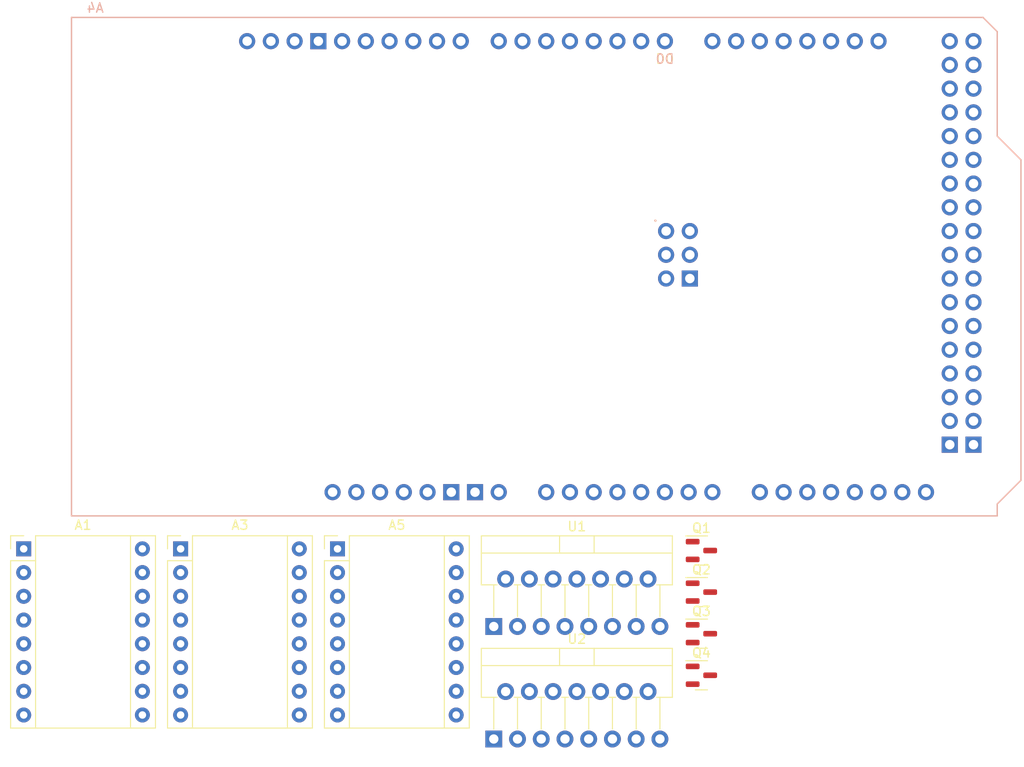
<source format=kicad_pcb>
(kicad_pcb (version 20221018) (generator pcbnew)
  (layers (0 "F.Cu" signal) (31 "B.Cu" signal) (34 "B.Paste" user) (35 "F.Paste" user) (36 "B.SilkS" user "B.Silkscreen") (37 "F.SilkS" user "F.Silkscreen") (38 "B.Mask" user) (39 "F.Mask" user) (44 "Edge.Cuts" user))
  (net 0 "")
  (net 1 "Net-(U1-GND)")
  (net 2 "Net-(A1-VDD)")
  (net 3 "Net-(A1-1B)")
  (net 4 "Net-(A1-1A)")
  (net 5 "Net-(A1-2A)")
  (net 6 "Net-(A1-2B)")
  (net 7 "Net-(A1-VMOT)")
  (net 8 "Net-(A1-~{ENABLE})")
  (net 9 "Net-(A1-MS1)")
  (net 10 "Net-(A1-MS2)")
  (net 11 "Net-(A1-MS3)")
  (net 12 "Net-(A1-~{RESET})")
  (net 13 "Net-(A1-STEP)")
  (net 14 "Net-(A1-DIR)")
  (net 15 "Net-(A3-1B)")
  (net 16 "Net-(A3-1A)")
  (net 17 "Net-(A3-2A)")
  (net 18 "Net-(A3-2B)")
  (net 19 "Net-(A3-~{RESET})")
  (net 44 "Net-(A5-~{ENABLE})")
  (net 45 "Net-(A5-STEP)")
  (net 46 "Net-(A5-DIR)")
  (net 47 "Net-(A5-MS1)")
  (net 48 "Net-(A5-MS2)")
  (net 49 "Net-(A5-MS3)")
  (net 58 "Net-(U1-IN1)")
  (net 59 "Net-(U1-IN2)")
  (net 60 "Net-(U1-EnA)")
  (net 61 "Net-(U1-IN3)")
  (net 62 "Net-(U1-IN4)")
  (net 63 "Net-(U1-EnB)")
  (net 64 "Net-(U2-IN1)")
  (net 65 "Net-(U2-IN2)")
  (net 66 "Net-(U2-EnA)")
  (net 67 "Net-(U2-IN3)")
  (net 68 "Net-(U2-IN4)")
  (net 69 "Net-(U2-EnB)")
  (net 70 "Net-(A4-PadD34)")
  (net 71 "Net-(A4-PadD35)")
  (net 72 "Net-(A4-PadD36)")
  (net 73 "Net-(A4-PadD37)")
  (net 74 "Net-(A4-PadD38)")
  (net 75 "Net-(A4-PadD39)")
  (net 76 "Net-(A4-PadD40)")
  (net 77 "Net-(A4-PadD41)")
  (net 78 "Net-(A4-PadD42)")
  (net 79 "Net-(A4-PadD43)")
  (net 80 "Net-(J28-Pin_2)")
  (net 81 "Net-(J29-Pin_2)")
  (net 82 "Net-(J30-Pin_2)")
  (net 83 "Net-(J31-Pin_2)")
  (net 84 "Net-(J32-Pin_2)")
  (net 105 "Net-(A5-1B)")
  (net 106 "Net-(A5-1A)")
  (net 107 "Net-(A5-2A)")
  (net 108 "Net-(A5-2B)")
  (net 109 "Net-(A5-~{RESET})")
  (net 110 "Net-(Q1-G)")
  (net 113 "Net-(Q2-G)")
  (net 116 "Net-(Q3-G)")
  (net 119 "Net-(Q4-G)")
  (net 122 "Net-(J3-Pin_1)")
  (net 123 "Net-(J3-Pin_2)")
  (net 124 "Net-(J4-Pin_1)")
  (net 125 "Net-(J4-Pin_2)")
  (net 126 "Net-(J5-Pin_1)")
  (net 127 "Net-(J5-Pin_2)")
  (net 128 "Net-(J7-Pin_1)")
  (net 129 "Net-(J7-Pin_2)")
  (footprint "Module:Pololu_Breakout-16_15.2x20.3mm" (layer "F.Cu") (at 43.146 77.185763)
    (fp_text reference "A1" (at 6.35 -2.54) (layer "F.SilkS"))
    (fp_text value "Pololu_Breakout_A4988")
    (fp_line (start -1.4 -1.4) (end -1.4 0) (stroke (width 0.12)) (layer "F.SilkS"))
    (fp_line (start -1.4 1.27) (end -1.4 19.18) (stroke (width 0.12)) (layer "F.SilkS"))
    (fp_line (start -1.4 19.18) (end 14.1 19.18) (stroke (width 0.12)) (layer "F.SilkS"))
    (fp_line (start 0 -1.4) (end -1.4 -1.4) (stroke (width 0.12)) (layer "F.SilkS"))
    (fp_line (start 1.27 -1.4) (end 1.27 1.27) (stroke (width 0.12)) (layer "F.SilkS"))
    (fp_line (start 1.27 1.27) (end -1.4 1.27) (stroke (width 0.12)) (layer "F.SilkS"))
    (fp_line (start 1.27 1.27) (end 1.27 19.18) (stroke (width 0.12)) (layer "F.SilkS"))
    (fp_line (start 11.43 -1.4) (end 11.43 19.18) (stroke (width 0.12)) (layer "F.SilkS"))
    (fp_line (start 14.1 -1.4) (end 1.27 -1.4) (stroke (width 0.12)) (layer "F.SilkS"))
    (fp_line (start 14.1 19.18) (end 14.1 -1.4) (stroke (width 0.12)) (layer "F.SilkS"))
    (pad "1" thru_hole rect (at 0 0) (size 1.6 1.6) (drill 0.8) (layers "*.Cu" "*.Mask") (net 1 "Net-(U1-GND)"))
    (pad "2" thru_hole oval (at 0 2.54) (size 1.6 1.6) (drill 0.8) (layers "*.Cu" "*.Mask") (net 2 "Net-(A1-VDD)"))
    (pad "3" thru_hole oval (at 0 5.08) (size 1.6 1.6) (drill 0.8) (layers "*.Cu" "*.Mask") (net 3 "Net-(A1-1B)"))
    (pad "4" thru_hole oval (at 0 7.62) (size 1.6 1.6) (drill 0.8) (layers "*.Cu" "*.Mask") (net 4 "Net-(A1-1A)"))
    (pad "5" thru_hole oval (at 0 10.16) (size 1.6 1.6) (drill 0.8) (layers "*.Cu" "*.Mask") (net 5 "Net-(A1-2A)"))
    (pad "6" thru_hole oval (at 0 12.7) (size 1.6 1.6) (drill 0.8) (layers "*.Cu" "*.Mask") (net 6 "Net-(A1-2B)"))
    (pad "7" thru_hole oval (at 0 15.24) (size 1.6 1.6) (drill 0.8) (layers "*.Cu" "*.Mask") (net 1 "Net-(U1-GND)"))
    (pad "8" thru_hole oval (at 0 17.78) (size 1.6 1.6) (drill 0.8) (layers "*.Cu" "*.Mask") (net 7 "Net-(A1-VMOT)"))
    (pad "9" thru_hole oval (at 12.7 17.78) (size 1.6 1.6) (drill 0.8) (layers "*.Cu" "*.Mask") (net 8 "Net-(A1-~{ENABLE})"))
    (pad "10" thru_hole oval (at 12.7 15.24) (size 1.6 1.6) (drill 0.8) (layers "*.Cu" "*.Mask") (net 9 "Net-(A1-MS1)"))
    (pad "11" thru_hole oval (at 12.7 12.7) (size 1.6 1.6) (drill 0.8) (layers "*.Cu" "*.Mask") (net 10 "Net-(A1-MS2)"))
    (pad "12" thru_hole oval (at 12.7 10.16) (size 1.6 1.6) (drill 0.8) (layers "*.Cu" "*.Mask") (net 11 "Net-(A1-MS3)"))
    (pad "13" thru_hole oval (at 12.7 7.62) (size 1.6 1.6) (drill 0.8) (layers "*.Cu" "*.Mask") (net 12 "Net-(A1-~{RESET})"))
    (pad "14" thru_hole oval (at 12.7 5.08) (size 1.6 1.6) (drill 0.8) (layers "*.Cu" "*.Mask") (net 12 "Net-(A1-~{RESET})"))
    (pad "15" thru_hole oval (at 12.7 2.54) (size 1.6 1.6) (drill 0.8) (layers "*.Cu" "*.Mask") (net 13 "Net-(A1-STEP)"))
    (pad "16" thru_hole oval (at 12.7 0) (size 1.6 1.6) (drill 0.8) (layers "*.Cu" "*.Mask") (net 14 "Net-(A1-DIR)"))
  )
  (footprint "Package_TO_SOT_SMD:SOT-23" (layer "F.Cu") (at 115.666 77.365763)
    (fp_text reference "Q1" (at 0 -2.4) (layer "F.SilkS"))
    (fp_text value "AO3400A")
    (fp_line (start 0 -1.56) (end -1.675 -1.56) (stroke (width 0.12)) (layer "F.SilkS"))
    (fp_line (start 0 -1.56) (end 0.65 -1.56) (stroke (width 0.12)) (layer "F.SilkS"))
    (fp_line (start 0 1.56) (end -0.65 1.56) (stroke (width 0.12)) (layer "F.SilkS"))
    (fp_line (start 0 1.56) (end 0.65 1.56) (stroke (width 0.12)) (layer "F.SilkS"))
    (pad "1" smd roundrect (at -0.9375 -0.95) (size 1.475 0.6) (layers "F.Cu" "F.Paste" "F.Mask") (net 110 "Net-(Q1-G)"))
    (pad "2" smd roundrect (at -0.9375 0.95) (size 1.475 0.6) (layers "F.Cu" "F.Paste" "F.Mask"))
    (pad "3" smd roundrect (at 0.9375 0) (size 1.475 0.6) (layers "F.Cu" "F.Paste" "F.Mask"))
  )
  (footprint "Package_TO_SOT_SMD:SOT-23" (layer "F.Cu") (at 115.666 81.815763)
    (fp_text reference "Q2" (at 0 -2.4) (layer "F.SilkS"))
    (fp_text value "AO3400A")
    (fp_line (start 0 -1.56) (end -1.675 -1.56) (stroke (width 0.12)) (layer "F.SilkS"))
    (fp_line (start 0 -1.56) (end 0.65 -1.56) (stroke (width 0.12)) (layer "F.SilkS"))
    (fp_line (start 0 1.56) (end -0.65 1.56) (stroke (width 0.12)) (layer "F.SilkS"))
    (fp_line (start 0 1.56) (end 0.65 1.56) (stroke (width 0.12)) (layer "F.SilkS"))
    (pad "1" smd roundrect (at -0.9375 -0.95) (size 1.475 0.6) (layers "F.Cu" "F.Paste" "F.Mask") (net 113 "Net-(Q2-G)"))
    (pad "2" smd roundrect (at -0.9375 0.95) (size 1.475 0.6) (layers "F.Cu" "F.Paste" "F.Mask"))
    (pad "3" smd roundrect (at 0.9375 0) (size 1.475 0.6) (layers "F.Cu" "F.Paste" "F.Mask"))
  )
  (footprint "Package_TO_SOT_THT:TO-220-15_P2.54x2.54mm_StaggerOdd_Lead4.58mm_Vertical" (layer "F.Cu") (at 93.446 97.535763)
    (fp_text reference "U2" (at 8.89 -10.7) (layer "F.SilkS"))
    (fp_text value "L298N")
    (fp_line (start -1.33 -9.7) (end -1.33 -4.459) (stroke (width 0.12)) (layer "F.SilkS"))
    (fp_line (start -1.33 -9.7) (end 19.11 -9.7) (stroke (width 0.12)) (layer "F.SilkS"))
    (fp_line (start -1.33 -7.86) (end 19.11 -7.86) (stroke (width 0.12)) (layer "F.SilkS"))
    (fp_line (start -1.33 -4.459) (end 0.346 -4.459) (stroke (width 0.12)) (layer "F.SilkS"))
    (fp_line (start 0 -4.459) (end 0 -1.05) (stroke (width 0.12)) (layer "F.SilkS"))
    (fp_line (start 2.195 -4.459) (end 2.886 -4.459) (stroke (width 0.12)) (layer "F.SilkS"))
    (fp_line (start 2.54 -4.459) (end 2.54 -1.065) (stroke (width 0.12)) (layer "F.SilkS"))
    (fp_line (start 4.735 -4.459) (end 5.426 -4.459) (stroke (width 0.12)) (layer "F.SilkS"))
    (fp_line (start 5.08 -4.459) (end 5.08 -1.065) (stroke (width 0.12)) (layer "F.SilkS"))
    (fp_line (start 7.041 -9.7) (end 7.041 -7.86) (stroke (width 0.12)) (layer "F.SilkS"))
    (fp_line (start 7.275 -4.459) (end 7.966 -4.459) (stroke (width 0.12)) (layer "F.SilkS"))
    (fp_line (start 7.62 -4.459) (end 7.62 -1.065) (stroke (width 0.12)) (layer "F.SilkS"))
    (fp_line (start 9.815 -4.459) (end 10.506 -4.459) (stroke (width 0.12)) (layer "F.SilkS"))
    (fp_line (start 10.16 -4.459) (end 10.16 -1.065) (stroke (width 0.12)) (layer "F.SilkS"))
    (fp_line (start 10.74 -9.7) (end 10.74 -7.86) (stroke (width 0.12)) (layer "F.SilkS"))
    (fp_line (start 12.355 -4.459) (end 13.046 -4.459) (stroke (width 0.12)) (layer "F.SilkS"))
    (fp_line (start 12.7 -4.459) (end 12.7 -1.065) (stroke (width 0.12)) (layer "F.SilkS"))
    (fp_line (start 14.895 -4.459) (end 15.586 -4.459) (stroke (width 0.12)) (layer "F.SilkS"))
    (fp_line (start 15.24 -4.459) (end 15.24 -1.065) (stroke (width 0.12)) (layer "F.SilkS"))
    (fp_line (start 17.435 -4.459) (end 19.11 -4.459) (stroke (width 0.12)) (layer "F.SilkS"))
    (fp_line (start 17.78 -4.459) (end 17.78 -1.065) (stroke (width 0.12)) (layer "F.SilkS"))
    (fp_line (start 19.11 -9.7) (end 19.11 -4.459) (stroke (width 0.12)) (layer "F.SilkS"))
    (pad "1" thru_hole rect (at 0 0) (size 1.8 1.8) (drill 1) (layers "*.Cu" "*.Mask") (net 1 "Net-(U1-GND)"))
    (pad "2" thru_hole oval (at 1.27 -5.08) (size 1.8 1.8) (drill 1) (layers "*.Cu" "*.Mask") (net 126 "Net-(J5-Pin_1)"))
    (pad "3" thru_hole oval (at 2.54 0) (size 1.8 1.8) (drill 1) (layers "*.Cu" "*.Mask") (net 127 "Net-(J5-Pin_2)"))
    (pad "4" thru_hole oval (at 3.81 -5.08) (size 1.8 1.8) (drill 1) (layers "*.Cu" "*.Mask") (net 7 "Net-(A1-VMOT)"))
    (pad "5" thru_hole oval (at 5.08 0) (size 1.8 1.8) (drill 1) (layers "*.Cu" "*.Mask") (net 64 "Net-(U2-IN1)"))
    (pad "6" thru_hole oval (at 6.35 -5.08) (size 1.8 1.8) (drill 1) (layers "*.Cu" "*.Mask") (net 66 "Net-(U2-EnA)"))
    (pad "7" thru_hole oval (at 7.62 0) (size 1.8 1.8) (drill 1) (layers "*.Cu" "*.Mask") (net 65 "Net-(U2-IN2)"))
    (pad "8" thru_hole oval (at 8.89 -5.08) (size 1.8 1.8) (drill 1) (layers "*.Cu" "*.Mask") (net 1 "Net-(U1-GND)"))
    (pad "9" thru_hole oval (at 10.16 0) (size 1.8 1.8) (drill 1) (layers "*.Cu" "*.Mask") (net 2 "Net-(A1-VDD)"))
    (pad "10" thru_hole oval (at 11.43 -5.08) (size 1.8 1.8) (drill 1) (layers "*.Cu" "*.Mask") (net 67 "Net-(U2-IN3)"))
    (pad "11" thru_hole oval (at 12.7 0) (size 1.8 1.8) (drill 1) (layers "*.Cu" "*.Mask") (net 69 "Net-(U2-EnB)"))
    (pad "12" thru_hole oval (at 13.97 -5.08) (size 1.8 1.8) (drill 1) (layers "*.Cu" "*.Mask") (net 68 "Net-(U2-IN4)"))
    (pad "13" thru_hole oval (at 15.24 0) (size 1.8 1.8) (drill 1) (layers "*.Cu" "*.Mask") (net 128 "Net-(J7-Pin_1)"))
    (pad "14" thru_hole oval (at 16.51 -5.08) (size 1.8 1.8) (drill 1) (layers "*.Cu" "*.Mask") (net 129 "Net-(J7-Pin_2)"))
    (pad "15" thru_hole oval (at 17.78 0) (size 1.8 1.8) (drill 1) (layers "*.Cu" "*.Mask") (net 1 "Net-(U1-GND)"))
  )
  (footprint "Package_TO_SOT_THT:TO-220-15_P2.54x2.54mm_StaggerOdd_Lead4.58mm_Vertical" (layer "F.Cu") (at 93.446 85.495763)
    (fp_text reference "U1" (at 8.89 -10.7) (layer "F.SilkS"))
    (fp_text value "L298N")
    (fp_line (start -1.33 -9.7) (end -1.33 -4.459) (stroke (width 0.12)) (layer "F.SilkS"))
    (fp_line (start -1.33 -9.7) (end 19.11 -9.7) (stroke (width 0.12)) (layer "F.SilkS"))
    (fp_line (start -1.33 -7.86) (end 19.11 -7.86) (stroke (width 0.12)) (layer "F.SilkS"))
    (fp_line (start -1.33 -4.459) (end 0.346 -4.459) (stroke (width 0.12)) (layer "F.SilkS"))
    (fp_line (start 0 -4.459) (end 0 -1.05) (stroke (width 0.12)) (layer "F.SilkS"))
    (fp_line (start 2.195 -4.459) (end 2.886 -4.459) (stroke (width 0.12)) (layer "F.SilkS"))
    (fp_line (start 2.54 -4.459) (end 2.54 -1.065) (stroke (width 0.12)) (layer "F.SilkS"))
    (fp_line (start 4.735 -4.459) (end 5.426 -4.459) (stroke (width 0.12)) (layer "F.SilkS"))
    (fp_line (start 5.08 -4.459) (end 5.08 -1.065) (stroke (width 0.12)) (layer "F.SilkS"))
    (fp_line (start 7.041 -9.7) (end 7.041 -7.86) (stroke (width 0.12)) (layer "F.SilkS"))
    (fp_line (start 7.275 -4.459) (end 7.966 -4.459) (stroke (width 0.12)) (layer "F.SilkS"))
    (fp_line (start 7.62 -4.459) (end 7.62 -1.065) (stroke (width 0.12)) (layer "F.SilkS"))
    (fp_line (start 9.815 -4.459) (end 10.506 -4.459) (stroke (width 0.12)) (layer "F.SilkS"))
    (fp_line (start 10.16 -4.459) (end 10.16 -1.065) (stroke (width 0.12)) (layer "F.SilkS"))
    (fp_line (start 10.74 -9.7) (end 10.74 -7.86) (stroke (width 0.12)) (layer "F.SilkS"))
    (fp_line (start 12.355 -4.459) (end 13.046 -4.459) (stroke (width 0.12)) (layer "F.SilkS"))
    (fp_line (start 12.7 -4.459) (end 12.7 -1.065) (stroke (width 0.12)) (layer "F.SilkS"))
    (fp_line (start 14.895 -4.459) (end 15.586 -4.459) (stroke (width 0.12)) (layer "F.SilkS"))
    (fp_line (start 15.24 -4.459) (end 15.24 -1.065) (stroke (width 0.12)) (layer "F.SilkS"))
    (fp_line (start 17.435 -4.459) (end 19.11 -4.459) (stroke (width 0.12)) (layer "F.SilkS"))
    (fp_line (start 17.78 -4.459) (end 17.78 -1.065) (stroke (width 0.12)) (layer "F.SilkS"))
    (fp_line (start 19.11 -9.7) (end 19.11 -4.459) (stroke (width 0.12)) (layer "F.SilkS"))
    (pad "1" thru_hole rect (at 0 0) (size 1.8 1.8) (drill 1) (layers "*.Cu" "*.Mask") (net 1 "Net-(U1-GND)"))
    (pad "2" thru_hole oval (at 1.27 -5.08) (size 1.8 1.8) (drill 1) (layers "*.Cu" "*.Mask") (net 122 "Net-(J3-Pin_1)"))
    (pad "3" thru_hole oval (at 2.54 0) (size 1.8 1.8) (drill 1) (layers "*.Cu" "*.Mask") (net 123 "Net-(J3-Pin_2)"))
    (pad "4" thru_hole oval (at 3.81 -5.08) (size 1.8 1.8) (drill 1) (layers "*.Cu" "*.Mask") (net 7 "Net-(A1-VMOT)"))
    (pad "5" thru_hole oval (at 5.08 0) (size 1.8 1.8) (drill 1) (layers "*.Cu" "*.Mask") (net 58 "Net-(U1-IN1)"))
    (pad "6" thru_hole oval (at 6.35 -5.08) (size 1.8 1.8) (drill 1) (layers "*.Cu" "*.Mask") (net 60 "Net-(U1-EnA)"))
    (pad "7" thru_hole oval (at 7.62 0) (size 1.8 1.8) (drill 1) (layers "*.Cu" "*.Mask") (net 59 "Net-(U1-IN2)"))
    (pad "8" thru_hole oval (at 8.89 -5.08) (size 1.8 1.8) (drill 1) (layers "*.Cu" "*.Mask") (net 1 "Net-(U1-GND)"))
    (pad "9" thru_hole oval (at 10.16 0) (size 1.8 1.8) (drill 1) (layers "*.Cu" "*.Mask") (net 2 "Net-(A1-VDD)"))
    (pad "10" thru_hole oval (at 11.43 -5.08) (size 1.8 1.8) (drill 1) (layers "*.Cu" "*.Mask") (net 61 "Net-(U1-IN3)"))
    (pad "11" thru_hole oval (at 12.7 0) (size 1.8 1.8) (drill 1) (layers "*.Cu" "*.Mask") (net 63 "Net-(U1-EnB)"))
    (pad "12" thru_hole oval (at 13.97 -5.08) (size 1.8 1.8) (drill 1) (layers "*.Cu" "*.Mask") (net 62 "Net-(U1-IN4)"))
    (pad "13" thru_hole oval (at 15.24 0) (size 1.8 1.8) (drill 1) (layers "*.Cu" "*.Mask") (net 124 "Net-(J4-Pin_1)"))
    (pad "14" thru_hole oval (at 16.51 -5.08) (size 1.8 1.8) (drill 1) (layers "*.Cu" "*.Mask") (net 125 "Net-(J4-Pin_2)"))
    (pad "15" thru_hole oval (at 17.78 0) (size 1.8 1.8) (drill 1) (layers "*.Cu" "*.Mask") (net 1 "Net-(U1-GND)"))
  )
  (footprint "Package_TO_SOT_SMD:SOT-23" (layer "F.Cu") (at 115.666 90.715763)
    (fp_text reference "Q4" (at 0 -2.4) (layer "F.SilkS"))
    (fp_text value "AO3400A")
    (fp_line (start 0 -1.56) (end -1.675 -1.56) (stroke (width 0.12)) (layer "F.SilkS"))
    (fp_line (start 0 -1.56) (end 0.65 -1.56) (stroke (width 0.12)) (layer "F.SilkS"))
    (fp_line (start 0 1.56) (end -0.65 1.56) (stroke (width 0.12)) (layer "F.SilkS"))
    (fp_line (start 0 1.56) (end 0.65 1.56) (stroke (width 0.12)) (layer "F.SilkS"))
    (pad "1" smd roundrect (at -0.9375 -0.95) (size 1.475 0.6) (layers "F.Cu" "F.Paste" "F.Mask") (net 119 "Net-(Q4-G)"))
    (pad "2" smd roundrect (at -0.9375 0.95) (size 1.475 0.6) (layers "F.Cu" "F.Paste" "F.Mask"))
    (pad "3" smd roundrect (at 0.9375 0) (size 1.475 0.6) (layers "F.Cu" "F.Paste" "F.Mask"))
  )
  (footprint "Package_TO_SOT_SMD:SOT-23" (layer "F.Cu") (at 115.666 86.265763)
    (fp_text reference "Q3" (at 0 -2.4) (layer "F.SilkS"))
    (fp_text value "AO3400A")
    (fp_line (start 0 -1.56) (end -1.675 -1.56) (stroke (width 0.12)) (layer "F.SilkS"))
    (fp_line (start 0 -1.56) (end 0.65 -1.56) (stroke (width 0.12)) (layer "F.SilkS"))
    (fp_line (start 0 1.56) (end -0.65 1.56) (stroke (width 0.12)) (layer "F.SilkS"))
    (fp_line (start 0 1.56) (end 0.65 1.56) (stroke (width 0.12)) (layer "F.SilkS"))
    (pad "1" smd roundrect (at -0.9375 -0.95) (size 1.475 0.6) (layers "F.Cu" "F.Paste" "F.Mask") (net 116 "Net-(Q3-G)"))
    (pad "2" smd roundrect (at -0.9375 0.95) (size 1.475 0.6) (layers "F.Cu" "F.Paste" "F.Mask"))
    (pad "3" smd roundrect (at 0.9375 0) (size 1.475 0.6) (layers "F.Cu" "F.Paste" "F.Mask"))
  )
  (footprint "Module:Pololu_Breakout-16_15.2x20.3mm" (layer "F.Cu") (at 59.936 77.185763)
    (fp_text reference "A3" (at 6.35 -2.54) (layer "F.SilkS"))
    (fp_text value "Pololu_Breakout_A4988")
    (fp_line (start -1.4 -1.4) (end -1.4 0) (stroke (width 0.12)) (layer "F.SilkS"))
    (fp_line (start -1.4 1.27) (end -1.4 19.18) (stroke (width 0.12)) (layer "F.SilkS"))
    (fp_line (start -1.4 19.18) (end 14.1 19.18) (stroke (width 0.12)) (layer "F.SilkS"))
    (fp_line (start 0 -1.4) (end -1.4 -1.4) (stroke (width 0.12)) (layer "F.SilkS"))
    (fp_line (start 1.27 -1.4) (end 1.27 1.27) (stroke (width 0.12)) (layer "F.SilkS"))
    (fp_line (start 1.27 1.27) (end -1.4 1.27) (stroke (width 0.12)) (layer "F.SilkS"))
    (fp_line (start 1.27 1.27) (end 1.27 19.18) (stroke (width 0.12)) (layer "F.SilkS"))
    (fp_line (start 11.43 -1.4) (end 11.43 19.18) (stroke (width 0.12)) (layer "F.SilkS"))
    (fp_line (start 14.1 -1.4) (end 1.27 -1.4) (stroke (width 0.12)) (layer "F.SilkS"))
    (fp_line (start 14.1 19.18) (end 14.1 -1.4) (stroke (width 0.12)) (layer "F.SilkS"))
    (pad "1" thru_hole rect (at 0 0) (size 1.6 1.6) (drill 0.8) (layers "*.Cu" "*.Mask") (net 1 "Net-(U1-GND)"))
    (pad "2" thru_hole oval (at 0 2.54) (size 1.6 1.6) (drill 0.8) (layers "*.Cu" "*.Mask") (net 2 "Net-(A1-VDD)"))
    (pad "3" thru_hole oval (at 0 5.08) (size 1.6 1.6) (drill 0.8) (layers "*.Cu" "*.Mask") (net 15 "Net-(A3-1B)"))
    (pad "4" thru_hole oval (at 0 7.62) (size 1.6 1.6) (drill 0.8) (layers "*.Cu" "*.Mask") (net 16 "Net-(A3-1A)"))
    (pad "5" thru_hole oval (at 0 10.16) (size 1.6 1.6) (drill 0.8) (layers "*.Cu" "*.Mask") (net 17 "Net-(A3-2A)"))
    (pad "6" thru_hole oval (at 0 12.7) (size 1.6 1.6) (drill 0.8) (layers "*.Cu" "*.Mask") (net 18 "Net-(A3-2B)"))
    (pad "7" thru_hole oval (at 0 15.24) (size 1.6 1.6) (drill 0.8) (layers "*.Cu" "*.Mask") (net 1 "Net-(U1-GND)"))
    (pad "8" thru_hole oval (at 0 17.78) (size 1.6 1.6) (drill 0.8) (layers "*.Cu" "*.Mask") (net 7 "Net-(A1-VMOT)"))
    (pad "9" thru_hole oval (at 12.7 17.78) (size 1.6 1.6) (drill 0.8) (layers "*.Cu" "*.Mask") (net 8 "Net-(A1-~{ENABLE})"))
    (pad "10" thru_hole oval (at 12.7 15.24) (size 1.6 1.6) (drill 0.8) (layers "*.Cu" "*.Mask") (net 9 "Net-(A1-MS1)"))
    (pad "11" thru_hole oval (at 12.7 12.7) (size 1.6 1.6) (drill 0.8) (layers "*.Cu" "*.Mask") (net 10 "Net-(A1-MS2)"))
    (pad "12" thru_hole oval (at 12.7 10.16) (size 1.6 1.6) (drill 0.8) (layers "*.Cu" "*.Mask") (net 11 "Net-(A1-MS3)"))
    (pad "13" thru_hole oval (at 12.7 7.62) (size 1.6 1.6) (drill 0.8) (layers "*.Cu" "*.Mask") (net 19 "Net-(A3-~{RESET})"))
    (pad "14" thru_hole oval (at 12.7 5.08) (size 1.6 1.6) (drill 0.8) (layers "*.Cu" "*.Mask") (net 19 "Net-(A3-~{RESET})"))
    (pad "15" thru_hole oval (at 12.7 2.54) (size 1.6 1.6) (drill 0.8) (layers "*.Cu" "*.Mask") (net 13 "Net-(A1-STEP)"))
    (pad "16" thru_hole oval (at 12.7 0) (size 1.6 1.6) (drill 0.8) (layers "*.Cu" "*.Mask") (net 14 "Net-(A1-DIR)"))
  )
  (footprint "Module:Pololu_Breakout-16_15.2x20.3mm" (layer "F.Cu") (at 76.726 77.185763)
    (fp_text reference "A5" (at 6.35 -2.54) (layer "F.SilkS"))
    (fp_text value "Pololu_Breakout_A4988")
    (fp_line (start -1.4 -1.4) (end -1.4 0) (stroke (width 0.12)) (layer "F.SilkS"))
    (fp_line (start -1.4 1.27) (end -1.4 19.18) (stroke (width 0.12)) (layer "F.SilkS"))
    (fp_line (start -1.4 19.18) (end 14.1 19.18) (stroke (width 0.12)) (layer "F.SilkS"))
    (fp_line (start 0 -1.4) (end -1.4 -1.4) (stroke (width 0.12)) (layer "F.SilkS"))
    (fp_line (start 1.27 -1.4) (end 1.27 1.27) (stroke (width 0.12)) (layer "F.SilkS"))
    (fp_line (start 1.27 1.27) (end -1.4 1.27) (stroke (width 0.12)) (layer "F.SilkS"))
    (fp_line (start 1.27 1.27) (end 1.27 19.18) (stroke (width 0.12)) (layer "F.SilkS"))
    (fp_line (start 11.43 -1.4) (end 11.43 19.18) (stroke (width 0.12)) (layer "F.SilkS"))
    (fp_line (start 14.1 -1.4) (end 1.27 -1.4) (stroke (width 0.12)) (layer "F.SilkS"))
    (fp_line (start 14.1 19.18) (end 14.1 -1.4) (stroke (width 0.12)) (layer "F.SilkS"))
    (pad "1" thru_hole rect (at 0 0) (size 1.6 1.6) (drill 0.8) (layers "*.Cu" "*.Mask") (net 1 "Net-(U1-GND)"))
    (pad "2" thru_hole oval (at 0 2.54) (size 1.6 1.6) (drill 0.8) (layers "*.Cu" "*.Mask") (net 2 "Net-(A1-VDD)"))
    (pad "3" thru_hole oval (at 0 5.08) (size 1.6 1.6) (drill 0.8) (layers "*.Cu" "*.Mask") (net 105 "Net-(A5-1B)"))
    (pad "4" thru_hole oval (at 0 7.62) (size 1.6 1.6) (drill 0.8) (layers "*.Cu" "*.Mask") (net 106 "Net-(A5-1A)"))
    (pad "5" thru_hole oval (at 0 10.16) (size 1.6 1.6) (drill 0.8) (layers "*.Cu" "*.Mask") (net 107 "Net-(A5-2A)"))
    (pad "6" thru_hole oval (at 0 12.7) (size 1.6 1.6) (drill 0.8) (layers "*.Cu" "*.Mask") (net 108 "Net-(A5-2B)"))
    (pad "7" thru_hole oval (at 0 15.24) (size 1.6 1.6) (drill 0.8) (layers "*.Cu" "*.Mask") (net 1 "Net-(U1-GND)"))
    (pad "8" thru_hole oval (at 0 17.78) (size 1.6 1.6) (drill 0.8) (layers "*.Cu" "*.Mask") (net 7 "Net-(A1-VMOT)"))
    (pad "9" thru_hole oval (at 12.7 17.78) (size 1.6 1.6) (drill 0.8) (layers "*.Cu" "*.Mask") (net 44 "Net-(A5-~{ENABLE})"))
    (pad "10" thru_hole oval (at 12.7 15.24) (size 1.6 1.6) (drill 0.8) (layers "*.Cu" "*.Mask") (net 47 "Net-(A5-MS1)"))
    (pad "11" thru_hole oval (at 12.7 12.7) (size 1.6 1.6) (drill 0.8) (layers "*.Cu" "*.Mask") (net 48 "Net-(A5-MS2)"))
    (pad "12" thru_hole oval (at 12.7 10.16) (size 1.6 1.6) (drill 0.8) (layers "*.Cu" "*.Mask") (net 49 "Net-(A5-MS3)"))
    (pad "13" thru_hole oval (at 12.7 7.62) (size 1.6 1.6) (drill 0.8) (layers "*.Cu" "*.Mask") (net 109 "Net-(A5-~{RESET})"))
    (pad "14" thru_hole oval (at 12.7 5.08) (size 1.6 1.6) (drill 0.8) (layers "*.Cu" "*.Mask") (net 109 "Net-(A5-~{RESET})"))
    (pad "15" thru_hole oval (at 12.7 2.54) (size 1.6 1.6) (drill 0.8) (layers "*.Cu" "*.Mask") (net 45 "Net-(A5-STEP)"))
    (pad "16" thru_hole oval (at 12.7 0) (size 1.6 1.6) (drill 0.8) (layers "*.Cu" "*.Mask") (net 46 "Net-(A5-DIR)"))
  )
  (footprint "PCM_arduino-library:Arduino_Mega2560_R3_Shield" (layer "F.Cu") (at 48.26 73.66)
    (fp_text reference "A4" (at 2.54 -54.356) (layer "B.SilkS") (effects (justify mirror)))
    (fp_text value "Arduino_Mega2560_R3_Shield")
    (fp_text user "D0" (at 63.5 -48.895 unlocked) (layer "B.SilkS") (effects (justify mirror)))
    (fp_text user "." (at 62.484 -32.004) (layer "B.SilkS"))
    (fp_text user "." (at 62.484 -32.004) (layer "F.SilkS"))
    (fp_text user "D0" (at 63.5 -48.895 unlocked) (layer "F.SilkS"))
    (fp_line (start 0 -53.34) (end 0 0) (stroke (width 0.15)) (layer "B.SilkS"))
    (fp_line (start 0 -53.34) (end 97.536 -53.34) (stroke (width 0.15)) (layer "B.SilkS"))
    (fp_line (start 0 0) (end 99.06 0) (stroke (width 0.15)) (layer "B.SilkS"))
    (fp_line (start 97.536 -53.34) (end 99.06 -51.816) (stroke (width 0.15)) (layer "B.SilkS"))
    (fp_line (start 99.06 -40.64) (end 99.06 -51.816) (stroke (width 0.15)) (layer "B.SilkS"))
    (fp_line (start 99.06 -1.27) (end 101.6 -3.81) (stroke (width 0.15)) (layer "B.SilkS"))
    (fp_line (start 99.06 0) (end 99.06 -1.27) (stroke (width 0.15)) (layer "B.SilkS"))
    (fp_line (start 101.6 -38.1) (end 99.06 -40.64) (stroke (width 0.15)) (layer "B.SilkS"))
    (fp_line (start 101.6 -3.81) (end 101.6 -38.1) (stroke (width 0.15)) (layer "B.SilkS"))
    (pad "" np_thru_hole circle (at 13.97 -2.54) (size 3.2 3.2) (drill 3.2) (layers "*.Cu" "*.Mask"))
    (pad "" np_thru_hole circle (at 15.24 -50.8) (size 3.2 3.2) (drill 3.2) (layers "*.Cu" "*.Mask"))
    (pad "" thru_hole oval (at 27.94 -2.54) (size 1.7272 1.7272) (drill 1.016) (layers "*.Cu" "*.Mask"))
    (pad "" np_thru_hole circle (at 66.04 -35.56) (size 3.2 3.2) (drill 3.2) (layers "*.Cu" "*.Mask"))
    (pad "" np_thru_hole circle (at 66.04 -7.62) (size 3.2 3.2) (drill 3.2) (layers "*.Cu" "*.Mask"))
    (pad "" np_thru_hole circle (at 90.17 -50.8) (size 3.2 3.2) (drill 3.2) (layers "*.Cu" "*.Mask"))
    (pad "" np_thru_hole circle (at 96.52 -2.54) (size 3.2 3.2) (drill 3.2) (layers "*.Cu" "*.Mask"))
    (pad "3V3" thru_hole oval (at 35.56 -2.54) (size 1.7272 1.7272) (drill 1.016) (layers "*.Cu" "*.Mask"))
    (pad "5V1" thru_hole oval (at 38.1 -2.54) (size 1.7272 1.7272) (drill 1.016) (layers "*.Cu" "*.Mask"))
    (pad "5V2" thru_hole oval (at 66.167 -30.48) (size 1.7272 1.7272) (drill 1.016) (layers "*.Cu" "*.Mask"))
    (pad "5V3" thru_hole oval (at 93.98 -50.8) (size 1.7272 1.7272) (drill 1.016) (layers "*.Cu" "*.Mask"))
    (pad "5V4" thru_hole oval (at 96.52 -50.8) (size 1.7272 1.7272) (drill 1.016) (layers "*.Cu" "*.Mask"))
    (pad "A0" thru_hole oval (at 50.8 -2.54) (size 1.7272 1.7272) (drill 1.016) (layers "*.Cu" "*.Mask"))
    (pad "A1" thru_hole oval (at 53.34 -2.54) (size 1.7272 1.7272) (drill 1.016) (layers "*.Cu" "*.Mask"))
    (pad "A2" thru_hole oval (at 55.88 -2.54) (size 1.7272 1.7272) (drill 1.016) (layers "*.Cu" "*.Mask"))
    (pad "A3" thru_hole oval (at 58.42 -2.54) (size 1.7272 1.7272) (drill 1.016) (layers "*.Cu" "*.Mask"))
    (pad "A4" thru_hole oval (at 60.96 -2.54) (size 1.7272 1.7272) (drill 1.016) (layers "*.Cu" "*.Mask"))
    (pad "A5" thru_hole oval (at 63.5 -2.54) (size 1.7272 1.7272) (drill 1.016) (layers "*.Cu" "*.Mask"))
    (pad "A6" thru_hole oval (at 66.04 -2.54) (size 1.7272 1.7272) (drill 1.016) (layers "*.Cu" "*.Mask"))
    (pad "A7" thru_hole oval (at 68.58 -2.54) (size 1.7272 1.7272) (drill 1.016) (layers "*.Cu" "*.Mask"))
    (pad "A8" thru_hole oval (at 73.66 -2.54) (size 1.7272 1.7272) (drill 1.016) (layers "*.Cu" "*.Mask"))
    (pad "A9" thru_hole oval (at 76.2 -2.54) (size 1.7272 1.7272) (drill 1.016) (layers "*.Cu" "*.Mask"))
    (pad "A10" thru_hole oval (at 78.74 -2.54) (size 1.7272 1.7272) (drill 1.016) (layers "*.Cu" "*.Mask"))
    (pad "A11" thru_hole oval (at 81.28 -2.54) (size 1.7272 1.7272) (drill 1.016) (layers "*.Cu" "*.Mask"))
    (pad "A12" thru_hole oval (at 83.82 -2.54) (size 1.7272 1.7272) (drill 1.016) (layers "*.Cu" "*.Mask"))
    (pad "A13" thru_hole oval (at 86.36 -2.54) (size 1.7272 1.7272) (drill 1.016) (layers "*.Cu" "*.Mask"))
    (pad "A14" thru_hole oval (at 88.9 -2.54) (size 1.7272 1.7272) (drill 1.016) (layers "*.Cu" "*.Mask"))
    (pad "A15" thru_hole oval (at 91.44 -2.54) (size 1.7272 1.7272) (drill 1.016) (layers "*.Cu" "*.Mask"))
    (pad "AREF" thru_hole oval (at 23.876 -50.8) (size 1.7272 1.7272) (drill 1.016) (layers "*.Cu" "*.Mask"))
    (pad "D0" thru_hole oval (at 63.5 -50.8) (size 1.7272 1.7272) (drill 1.016) (layers "*.Cu" "*.Mask"))
    (pad "D1" thru_hole oval (at 60.96 -50.8) (size 1.7272 1.7272) (drill 1.016) (layers "*.Cu" "*.Mask"))
    (pad "D2" thru_hole oval (at 58.42 -50.8) (size 1.7272 1.7272) (drill 1.016) (layers "*.Cu" "*.Mask") (net 8 "Net-(A1-~{ENABLE})"))
    (pad "D3" thru_hole oval (at 55.88 -50.8) (size 1.7272 1.7272) (drill 1.016) (layers "*.Cu" "*.Mask") (net 13 "Net-(A1-STEP)"))
    (pad "D4" thru_hole oval (at 53.34 -50.8) (size 1.7272 1.7272) (drill 1.016) (layers "*.Cu" "*.Mask") (net 14 "Net-(A1-DIR)"))
    (pad "D5" thru_hole oval (at 50.8 -50.8) (size 1.7272 1.7272) (drill 1.016) (layers "*.Cu" "*.Mask") (net 9 "Net-(A1-MS1)"))
    (pad "D6" thru_hole oval (at 48.26 -50.8) (size 1.7272 1.7272) (drill 1.016) (layers "*.Cu" "*.Mask") (net 10 "Net-(A1-MS2)"))
    (pad "D7" thru_hole oval (at 45.72 -50.8) (size 1.7272 1.7272) (drill 1.016) (layers "*.Cu" "*.Mask") (net 11 "Net-(A1-MS3)"))
    (pad "D8" thru_hole oval (at 41.656 -50.8) (size 1.7272 1.7272) (drill 1.016) (layers "*.Cu" "*.Mask") (net 44 "Net-(A5-~{ENABLE})"))
    (pad "D9" thru_hole oval (at 39.116 -50.8) (size 1.7272 1.7272) (drill 1.016) (layers "*.Cu" "*.Mask") (net 45 "Net-(A5-STEP)"))
    (pad "D10" thru_hole oval (at 36.576 -50.8) (size 1.7272 1.7272) (drill 1.016) (layers "*.Cu" "*.Mask") (net 46 "Net-(A5-DIR)"))
    (pad "D11" thru_hole oval (at 34.036 -50.8) (size 1.7272 1.7272) (drill 1.016) (layers "*.Cu" "*.Mask") (net 47 "Net-(A5-MS1)"))
    (pad "D12" thru_hole oval (at 31.496 -50.8) (size 1.7272 1.7272) (drill 1.016) (layers "*.Cu" "*.Mask") (net 48 "Net-(A5-MS2)"))
    (pad "D13" thru_hole oval (at 28.956 -50.8) (size 1.7272 1.7272) (drill 1.016) (layers "*.Cu" "*.Mask") (net 49 "Net-(A5-MS3)"))
    (pad "D14" thru_hole oval (at 68.58 -50.8) (size 1.7272 1.7272) (drill 1.016) (layers "*.Cu" "*.Mask"))
    (pad "D15" thru_hole oval (at 71.12 -50.8) (size 1.7272 1.7272) (drill 1.016) (layers "*.Cu" "*.Mask"))
    (pad "D16" thru_hole oval (at 73.66 -50.8) (size 1.7272 1.7272) (drill 1.016) (layers "*.Cu" "*.Mask"))
    (pad "D17" thru_hole oval (at 76.2 -50.8) (size 1.7272 1.7272) (drill 1.016) (layers "*.Cu" "*.Mask"))
    (pad "D18" thru_hole oval (at 78.74 -50.8) (size 1.7272 1.7272) (drill 1.016) (layers "*.Cu" "*.Mask"))
    (pad "D19" thru_hole oval (at 81.28 -50.8) (size 1.7272 1.7272) (drill 1.016) (layers "*.Cu" "*.Mask"))
    (pad "D20" thru_hole oval (at 83.82 -50.8) (size 1.7272 1.7272) (drill 1.016) (layers "*.Cu" "*.Mask"))
    (pad "D21" thru_hole oval (at 86.36 -50.8) (size 1.7272 1.7272) (drill 1.016) (layers "*.Cu" "*.Mask"))
    (pad "D22" thru_hole oval (at 93.98 -48.26) (size 1.7272 1.7272) (drill 1.016) (layers "*.Cu" "*.Mask") (net 58 "Net-(U1-IN1)"))
    (pad "D23" thru_hole oval (at 96.52 -48.26) (size 1.7272 1.7272) (drill 1.016) (layers "*.Cu" "*.Mask") (net 59 "Net-(U1-IN2)"))
    (pad "D24" thru_hole oval (at 93.98 -45.72) (size 1.7272 1.7272) (drill 1.016) (layers "*.Cu" "*.Mask") (net 60 "Net-(U1-EnA)"))
    (pad "D25" thru_hole oval (at 96.52 -45.72) (size 1.7272 1.7272) (drill 1.016) (layers "*.Cu" "*.Mask") (net 61 "Net-(U1-IN3)"))
    (pad "D26" thru_hole oval (at 93.98 -43.18) (size 1.7272 1.7272) (drill 1.016) (layers "*.Cu" "*.Mask") (net 62 "Net-(U1-IN4)"))
    (pad "D27" thru_hole oval (at 96.52 -43.18) (size 1.7272 1.7272) (drill 1.016) (layers "*.Cu" "*.Mask") (net 63 "Net-(U1-EnB)"))
    (pad "D28" thru_hole oval (at 93.98 -40.64) (size 1.7272 1.7272) (drill 1.016) (layers "*.Cu" "*.Mask") (net 64 "Net-(U2-IN1)"))
    (pad "D29" thru_hole oval (at 96.52 -40.64) (size 1.7272 1.7272) (drill 1.016) (layers "*.Cu" "*.Mask") (net 65 "Net-(U2-IN2)"))
    (pad "D30" thru_hole oval (at 93.98 -38.1) (size 1.7272 1.7272) (drill 1.016) (layers "*.Cu" "*.Mask") (net 66 "Net-(U2-EnA)"))
    (pad "D31" thru_hole oval (at 96.52 -38.1) (size 1.7272 1.7272) (drill 1.016) (layers "*.Cu" "*.Mask") (net 67 "Net-(U2-IN3)"))
    (pad "D32" thru_hole oval (at 93.98 -35.56) (size 1.7272 1.7272) (drill 1.016) (layers "*.Cu" "*.Mask") (net 68 "Net-(U2-IN4)"))
    (pad "D33" thru_hole oval (at 96.52 -35.56) (size 1.7272 1.7272) (drill 1.016) (layers "*.Cu" "*.Mask") (net 69 "Net-(U2-EnB)"))
    (pad "D34" thru_hole oval (at 93.98 -33.02) (size 1.7272 1.7272) (drill 1.016) (layers "*.Cu" "*.Mask") (net 70 "Net-(A4-PadD34)"))
    (pad "D35" thru_hole oval (at 96.52 -33.02) (size 1.7272 1.7272) (drill 1.016) (layers "*.Cu" "*.Mask") (net 71 "Net-(A4-PadD35)"))
    (pad "D36" thru_hole oval (at 93.98 -30.48) (size 1.7272 1.7272) (drill 1.016) (layers "*.Cu" "*.Mask") (net 72 "Net-(A4-PadD36)"))
    (pad "D37" thru_hole oval (at 96.52 -30.48) (size 1.7272 1.7272) (drill 1.016) (layers "*.Cu" "*.Mask") (net 73 "Net-(A4-PadD37)"))
    (pad "D38" thru_hole oval (at 93.98 -27.94) (size 1.7272 1.7272) (drill 1.016) (layers "*.Cu" "*.Mask") (net 74 "Net-(A4-PadD38)"))
    (pad "D39" thru_hole oval (at 96.52 -27.94) (size 1.7272 1.7272) (drill 1.016) (layers "*.Cu" "*.Mask") (net 75 "Net-(A4-PadD39)"))
    (pad "D40" thru_hole oval (at 93.98 -25.4) (size 1.7272 1.7272) (drill 1.016) (layers "*.Cu" "*.Mask") (net 76 "Net-(A4-PadD40)"))
    (pad "D41" thru_hole oval (at 96.52 -25.4) (size 1.7272 1.7272) (drill 1.016) (layers "*.Cu" "*.Mask") (net 77 "Net-(A4-PadD41)"))
    (pad "D42" thru_hole oval (at 93.98 -22.86) (size 1.7272 1.7272) (drill 1.016) (layers "*.Cu" "*.Mask") (net 78 "Net-(A4-PadD42)"))
    (pad "D43" thru_hole oval (at 96.52 -22.86) (size 1.7272 1.7272) (drill 1.016) (layers "*.Cu" "*.Mask") (net 79 "Net-(A4-PadD43)"))
    (pad "D44" thru_hole oval (at 93.98 -20.32) (size 1.7272 1.7272) (drill 1.016) (layers "*.Cu" "*.Mask") (net 80 "Net-(J28-Pin_2)"))
    (pad "D45" thru_hole oval (at 96.52 -20.32) (size 1.7272 1.7272) (drill 1.016) (layers "*.Cu" "*.Mask") (net 81 "Net-(J29-Pin_2)"))
    (pad "D46" thru_hole oval (at 93.98 -17.78) (size 1.7272 1.7272) (drill 1.016) (layers "*.Cu" "*.Mask") (net 82 "Net-(J30-Pin_2)"))
    (pad "D47" thru_hole oval (at 96.52 -17.78) (size 1.7272 1.7272) (drill 1.016) (layers "*.Cu" "*.Mask") (net 83 "Net-(J31-Pin_2)"))
    (pad "D48" thru_hole oval (at 93.98 -15.24) (size 1.7272 1.7272) (drill 1.016) (layers "*.Cu" "*.Mask") (net 84 "Net-(J32-Pin_2)"))
    (pad "D49" thru_hole oval (at 96.52 -15.24) (size 1.7272 1.7272) (drill 1.016) (layers "*.Cu" "*.Mask"))
    (pad "D50" thru_hole oval (at 93.98 -12.7) (size 1.7272 1.7272) (drill 1.016) (layers "*.Cu" "*.Mask"))
    (pad "D51" thru_hole oval (at 96.52 -12.7) (size 1.7272 1.7272) (drill 1.016) (layers "*.Cu" "*.Mask"))
    (pad "D52" thru_hole oval (at 93.98 -10.16) (size 1.7272 1.7272) (drill 1.016) (layers "*.Cu" "*.Mask"))
    (pad "D53" thru_hole oval (at 96.52 -10.16) (size 1.7272 1.7272) (drill 1.016) (layers "*.Cu" "*.Mask"))
    (pad "GND1" thru_hole rect (at 26.416 -50.8) (size 1.7272 1.7272) (drill 1.016) (layers "*.Cu" "*.Mask"))
    (pad "GND2" thru_hole rect (at 40.64 -2.54) (size 1.7272 1.7272) (drill 1.016) (layers "*.Cu" "*.Mask"))
    (pad "GND3" thru_hole rect (at 43.18 -2.54) (size 1.7272 1.7272) (drill 1.016) (layers "*.Cu" "*.Mask"))
    (pad "GND4" thru_hole rect (at 66.167 -25.4) (size 1.7272 1.7272) (drill 1.016) (layers "*.Cu" "*.Mask"))
    (pad "GND5" thru_hole rect (at 93.98 -7.62) (size 1.7272 1.7272) (drill 1.016) (layers "*.Cu" "*.Mask"))
    (pad "GND6" thru_hole rect (at 96.52 -7.62) (size 1.7272 1.7272) (drill 1.016) (layers "*.Cu" "*.Mask"))
    (pad "IORF" thru_hole oval (at 30.48 -2.54) (size 1.7272 1.7272) (drill 1.016) (layers "*.Cu" "*.Mask"))
    (pad "MISO" thru_hole oval (at 63.627 -30.48) (size 1.7272 1.7272) (drill 1.016) (layers "*.Cu" "*.Mask"))
    (pad "MOSI" thru_hole oval (at 66.167 -27.94) (size 1.7272 1.7272) (drill 1.016) (layers "*.Cu" "*.Mask"))
    (pad "RST1" thru_hole oval (at 33.02 -2.54) (size 1.7272 1.7272) (drill 1.016) (layers "*.Cu" "*.Mask"))
    (pad "RST2" thru_hole oval (at 63.627 -25.4) (size 1.7272 1.7272) (drill 1.016) (layers "*.Cu" "*.Mask"))
    (pad "SCK" thru_hole oval (at 63.627 -27.94) (size 1.7272 1.7272) (drill 1.016) (layers "*.Cu" "*.Mask"))
    (pad "SCL" thru_hole oval (at 18.796 -50.8) (size 1.7272 1.7272) (drill 1.016) (layers "*.Cu" "*.Mask"))
    (pad "SDA" thru_hole oval (at 21.336 -50.8) (size 1.7272 1.7272) (drill 1.016) (layers "*.Cu" "*.Mask"))
    (pad "VIN" thru_hole oval (at 45.72 -2.54) (size 1.7272 1.7272) (drill 1.016) (layers "*.Cu" "*.Mask"))
  )
)
</source>
